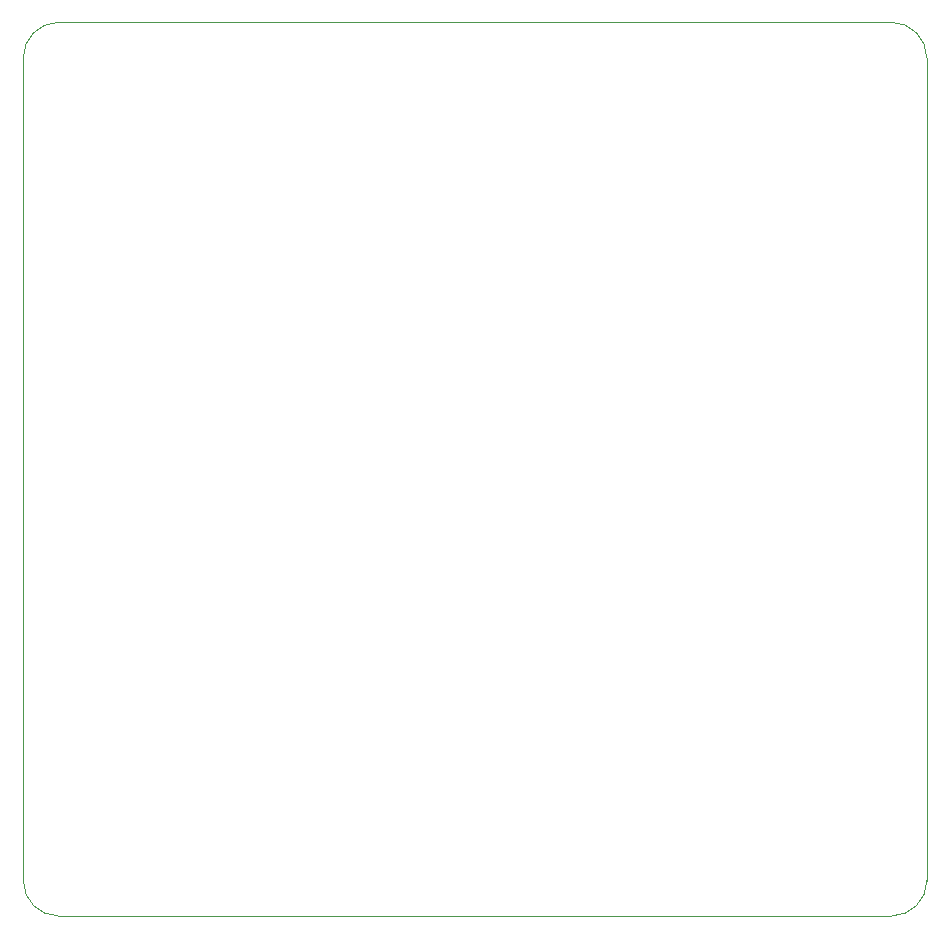
<source format=gbr>
%TF.GenerationSoftware,KiCad,Pcbnew,9.0.6*%
%TF.CreationDate,2026-01-19T06:48:40-03:00*%
%TF.ProjectId,control_dron_v5,636f6e74-726f-46c5-9f64-726f6e5f7635,rev?*%
%TF.SameCoordinates,Original*%
%TF.FileFunction,Profile,NP*%
%FSLAX46Y46*%
G04 Gerber Fmt 4.6, Leading zero omitted, Abs format (unit mm)*
G04 Created by KiCad (PCBNEW 9.0.6) date 2026-01-19 06:48:40*
%MOMM*%
%LPD*%
G01*
G04 APERTURE LIST*
%TA.AperFunction,Profile*%
%ADD10C,0.100000*%
%TD*%
G04 APERTURE END LIST*
D10*
X179420000Y-40565000D02*
X179420000Y-110230000D01*
X179420000Y-110230000D02*
G75*
G02*
X176420000Y-113230000I-3000000J0D01*
G01*
X105915000Y-113230000D02*
G75*
G02*
X102915000Y-110230000I0J3000000D01*
G01*
X102915000Y-110230000D02*
X102915000Y-40565000D01*
X176420000Y-113230000D02*
X105915000Y-113230000D01*
X176420000Y-37565000D02*
G75*
G02*
X179420000Y-40565000I0J-3000000D01*
G01*
X102915000Y-40565000D02*
G75*
G02*
X105915000Y-37565000I3000000J0D01*
G01*
X105915000Y-37565000D02*
X176420000Y-37565000D01*
M02*

</source>
